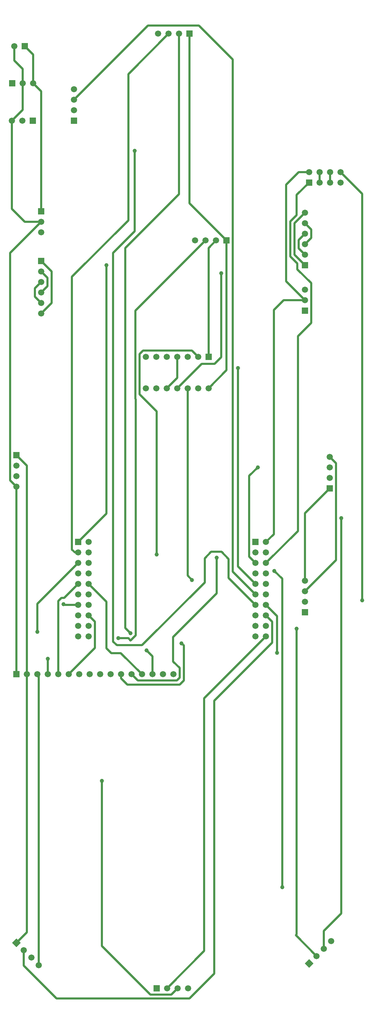
<source format=gbr>
%FSLAX44Y44*%
%MOMM*%
%SFA1B1*%

%IPPOS*%
%AMD13*
4,1,4,-1.059180,0.000000,0.000000,-1.059180,1.059180,0.000000,0.000000,1.059180,-1.059180,0.000000,0.0*
%
%AMD14*
4,1,4,0.000000,1.059180,-1.059180,0.000000,0.000000,-1.059180,1.059180,0.000000,0.000000,1.059180,0.0*
%
%ADD10C,0.499999*%
%ADD11R,1.499997X1.499997*%
%ADD12C,1.499997*%
G04~CAMADD=13~10~0.0~590.5~0.0~0.0~0.0~0.0~0~0.0~0.0~0.0~0.0~0~0.0~0.0~0.0~0.0~0~0.0~0.0~0.0~135.0~590.5~0.0*
%ADD13D13*%
G04~CAMADD=14~10~0.0~590.5~0.0~0.0~0.0~0.0~0~0.0~0.0~0.0~0.0~0~0.0~0.0~0.0~0.0~0~0.0~0.0~0.0~405.0~590.5~0.0*
%ADD14D14*%
%ADD15R,1.499997X1.499997*%
%ADD16R,1.499997X1.499997*%
%ADD17C,1.499997*%
%ADD18C,0.999998*%
%LNpcb1_copper_signal_top-1*%
%LPD*%
G54D10*
X717447Y834999D02*
X1039977D01*
X1099999Y895021*
Y1555500*
X1240536Y1696036*
Y1747063*
X1225399Y1762199*
Y1787599D02*
X1251966Y1761033D01*
Y1672082*
X1299999Y1729999D02*
Y990548D01*
X1297686Y988234*
X1347960Y937960*
X1365920Y955920D02*
Y998890D01*
X1407922Y1040892*
Y1997456*
X1395222Y1896021D02*
Y2130977D01*
X1379999Y2146199*
Y2069999D02*
X1319999Y2009999D01*
Y1846199*
Y1820799D02*
X1395222Y1896021D01*
X1303020Y1966819D02*
Y2438400D01*
X1335024Y2470404*
Y2566416*
X1301806Y2599632*
Y2614049*
X1284637Y2631218*
Y2715802*
X1299718Y2730882*
Y2779717*
X1329999Y2809999*
X1355399D02*
Y2835399D01*
X1329999D02*
X1305052D01*
X1274637Y2804985*
Y2570761*
X1319999Y2525399*
X1268476*
X1244346Y2501269*
Y1958945*
X1225399Y1939999*
Y1889199D02*
X1303020Y1966819D01*
X1245362Y1870202D02*
X1264666Y1850898D01*
Y1104138*
X1075690Y950289D02*
Y1561689D01*
X1225399Y1711399*
X1199999Y1787599D02*
X1134872Y1852727D01*
Y1898904*
X1117600Y1916176*
X1092200*
X1076706Y1900682*
Y1842262*
X924560Y1690116*
X863600*
X854456Y1699260*
Y2639822*
X907034Y2692400*
Y2886456*
X1014599Y2781423D02*
Y3169999D01*
X989199D02*
X891540Y3072339D01*
Y2718476*
X754888Y2581824*
Y1921711*
X762000Y1914599*
X769999*
Y1939999D02*
X838454Y2008453D01*
Y2609850*
X884428Y2651252D02*
X1014599Y2781423D01*
X1039999Y2759999D02*
Y3169999D01*
X1062736Y3190240D02*
X1145032Y3107944D01*
Y1867967*
X1199999Y1812999*
Y1838399D02*
X1157732Y1880667D01*
Y2360676*
X1129999Y2355699D02*
Y2669999D01*
X1039999Y2759999*
X1079199Y2669999D02*
X908799Y2499599D01*
Y2286899*
X909828Y2285870*
Y1714500*
X897128Y1701800*
X891286Y1707642*
X867156*
X884428Y1732214D02*
Y2651252D01*
X1086199Y2651600D02*
X1104599Y2669999D01*
X1086199Y2651600D02*
Y2388099D01*
X1060799D02*
X1045551Y2403348D01*
X927100*
X918799Y2395047*
Y2297093*
X959999Y2255893*
Y1909999*
X1035399Y1858675D02*
Y2311899D01*
X1009999D02*
X1069443Y2371344D01*
X1100836*
X1117092Y2387600*
Y2590800*
X1294638Y2635361D02*
Y2711637D01*
X1319999Y2736999*
Y2711599D02*
X1335024Y2696575D01*
Y2675823*
X1319999Y2660799*
X1304798Y2650601D02*
X1319999Y2635399D01*
Y2609999D02*
X1294638Y2635361D01*
X1304798Y2650601D02*
Y2670997D01*
X1319999Y2686199*
X1459230Y2782369D02*
Y1798828D01*
X1199999Y1889199D02*
X1184910Y1904289D01*
Y2100225*
X1205484Y2120799*
X1105916Y1902460D02*
Y1815846D01*
X999998Y1709928*
Y1651000*
X1016000Y1634998*
Y1611349*
X1009650Y1604999*
X914400*
X899399Y1619999*
X873999D02*
Y1610373D01*
X889373Y1594999*
X1016000*
X1025999Y1604999*
Y1689259*
X1020572Y1694688*
X935482Y1677670D02*
X950199Y1662951D01*
Y1619999*
X924799D02*
X873464Y1671333D01*
X850091*
X838708Y1682718*
Y1795091*
X795399Y1838399*
Y1762199D02*
X810514Y1747085D01*
Y1683513*
X746999Y1619999*
X721599D02*
Y1680718D01*
X721360Y1680957*
Y1797050*
X728829Y1804519*
X736118*
X769999Y1838399*
Y1787599D02*
X735889D01*
X734060Y1789430*
X670814Y1790013D02*
X769999Y1889199D01*
X670814Y1790013D02*
Y1722882D01*
X696199Y1657350D02*
Y1619999D01*
X670799D02*
X673880Y1616917D01*
Y916118*
X645399Y995399D02*
Y1619999D01*
Y2124599*
X619999Y2149999*
X604774Y2089025D02*
Y2639373D01*
X679999Y2714599*
X640485*
X609199Y2745885*
Y2959999*
X635399Y2986199*
Y3049999*
Y3084576*
X614599Y3105375*
Y3139999*
X639999D02*
X660799Y3119199D01*
Y3049999*
X679999Y3030799*
Y2739999*
Y2619999D02*
X705358Y2594641D01*
Y2518357*
X679999Y2492999*
Y2518399D02*
X664972Y2533427D01*
Y2554171*
X679999Y2569199*
Y2543799D02*
X695198Y2558997D01*
Y2579401*
X679999Y2594599*
X984599Y2311899D02*
X1009999Y2337299D01*
Y2388099*
X1086199Y2311899D02*
X1129999Y2355699D01*
X1459230Y2782369D02*
X1406199Y2835399D01*
X1380799D02*
Y2809999D01*
X1062736Y3190240D02*
X939439D01*
X759999Y3010799*
X604774Y2089025D02*
X619999Y2073799D01*
Y2062747*
X620014Y2062734*
Y1620013*
X619999Y1619999*
X827278Y1361948D02*
Y962601D01*
X944880Y844999*
X995799*
X1010799Y859999*
X985399D02*
X1075690Y950289D01*
X717447Y834999D02*
X637960Y914486D01*
Y952039*
X619999Y969999D02*
X645399Y995399D01*
X884428Y1732214D02*
X897128Y1719514D01*
X1035399Y1858675D02*
X1045972Y1848104D01*
G54D11*
X959999Y859999D03*
X619999Y1619999D03*
X1129999Y2669999D03*
X1329999Y2809999D03*
X1039999Y3169999D03*
X659999Y2959999D03*
X609999Y3049999D03*
X639999Y3139999D03*
G54D12*
X673880Y916118D03*
X655920Y934078D03*
X637960Y952039D03*
X985399Y859999D03*
X1010799D03*
X1036199D03*
X1347960Y937960D03*
X1365920Y955920D03*
X1383880Y973881D03*
X1000999Y1619999D03*
X975599D03*
X950199D03*
X924799D03*
X899399D03*
X873999D03*
X848599D03*
X823199D03*
X797799D03*
X772399D03*
X746999D03*
X721599D03*
X696199D03*
X670799D03*
X645399D03*
X769999Y1711399D03*
Y1736799D03*
X795399D03*
Y1711399D03*
Y1762199D03*
Y1787599D03*
Y1812999D03*
Y1838399D03*
Y1863799D03*
Y1889199D03*
Y1914599D03*
Y1939999D03*
X769999Y1914599D03*
Y1889199D03*
Y1863799D03*
Y1838399D03*
Y1812999D03*
Y1787599D03*
Y1762199D03*
X619999Y2073799D03*
Y2099199D03*
Y2124599D03*
X679999Y2492999D03*
Y2518399D03*
Y2543799D03*
Y2569199D03*
Y2594599D03*
Y2689199D03*
Y2714599D03*
X759999Y2985399D03*
Y3010799D03*
Y3036199D03*
X660799Y3049999D03*
X635399D03*
X634599Y2959999D03*
X609199D03*
X614599Y3139999D03*
X963799Y3169999D03*
X989199D03*
X1014599D03*
X1329999Y2835399D03*
X1355399D03*
Y2809999D03*
X1319999Y2736999D03*
Y2711599D03*
Y2686199D03*
Y2660799D03*
Y2635399D03*
Y2550799D03*
Y2525399D03*
X1104599Y2669999D03*
X1079199D03*
X1053799D03*
X1380799Y2809999D03*
X1406199D03*
Y2835399D03*
X1380799D03*
X1379999Y2146199D03*
Y2120799D03*
Y2095399D03*
X1225399Y1939999D03*
Y1914599D03*
X1199999D03*
Y1889199D03*
X1225399D03*
Y1863799D03*
X1199999D03*
Y1838399D03*
X1225399D03*
Y1812999D03*
X1199999D03*
Y1787599D03*
Y1762199D03*
X1225399D03*
Y1787599D03*
Y1736799D03*
X1199999D03*
Y1711399D03*
X1225399D03*
X1319999Y1795399D03*
Y1820799D03*
Y1846199D03*
G54D13*
X1329999Y919999D03*
G54D14*
X619999Y969999D03*
G54D15*
X1319999Y1769999D03*
X1199999Y1939999D03*
X1379999Y2069999D03*
X1319999Y2499999D03*
Y2609999D03*
X759999Y2959999D03*
X679999Y2739999D03*
Y2619999D03*
X619999Y2149999D03*
X769999Y1939999D03*
G54D16*
X1086199Y2388099D03*
G54D17*
X1060799Y2311899D03*
X1086199D03*
X1060799Y2388099D03*
X1035399D03*
X1009999D03*
X984599D03*
Y2311899D03*
X1009999D03*
X1035399D03*
X959199Y2388099D03*
X933799D03*
Y2311899D03*
X959199D03*
G54D18*
X1264666Y1104138D03*
X827278Y1361948D03*
X935482Y1677670D03*
X1020572Y1694688D03*
X1045972Y1848104D03*
X1105916Y1902460D03*
X1245362Y1870202D03*
X1299999Y1729999D03*
X1251966Y1672082D03*
X1459230Y1798828D03*
X1407922Y1997456D03*
X1205484Y2120799D03*
X1157732Y2360676D03*
X1117092Y2590800D03*
X907034Y2886456D03*
X838454Y2609850D03*
X959999Y1909999D03*
X897128Y1719514D03*
X867156Y1707642D03*
X734060Y1789430D03*
X670814Y1722882D03*
X696199Y1657350D03*
M02*
</source>
